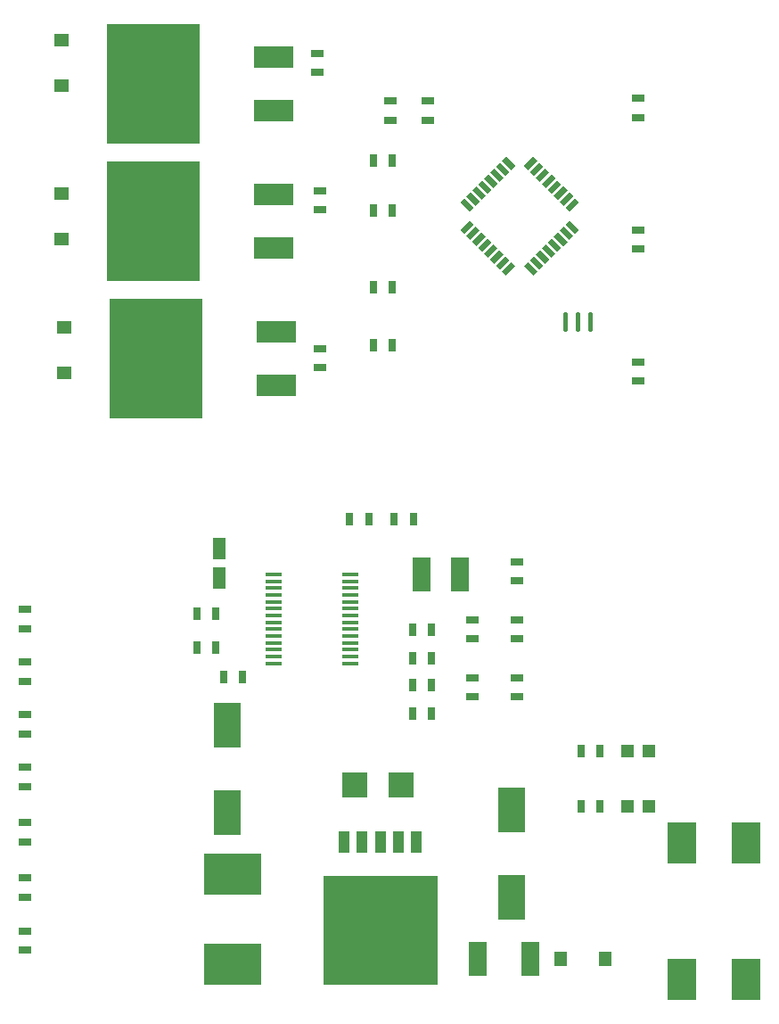
<source format=gbr>
G04 EAGLE Gerber RS-274X export*
G75*
%MOMM*%
%FSLAX34Y34*%
%LPD*%
%INSolderpaste Top*%
%IPPOS*%
%AMOC8*
5,1,8,0,0,1.08239X$1,22.5*%
G01*
%ADD10R,1.200000X1.200000*%
%ADD11R,1.270000X1.470000*%
%ADD12R,0.800000X1.200000*%
%ADD13R,1.780000X3.200000*%
%ADD14R,2.800000X2.400000*%
%ADD15R,2.799081X1.485900*%
%ADD16R,1.200000X0.800000*%
%ADD17R,1.470000X1.270000*%
%ADD18R,3.810000X2.082800*%
%ADD19R,8.890000X11.430000*%
%ADD20R,1.500000X0.400000*%
%ADD21R,1.700000X3.300000*%
%ADD22R,1.200000X2.000000*%
%ADD23R,1.270000X0.558800*%
%ADD24R,0.558800X1.270000*%
%ADD25C,0.450000*%
%ADD26R,2.500000X4.300000*%
%ADD27R,5.500000X4.000000*%
%ADD28R,10.800000X10.410000*%
%ADD29R,1.066800X2.159000*%
%ADD30R,2.400000X2.400000*%


D10*
X728000Y200000D03*
X707000Y200000D03*
D11*
X686500Y55000D03*
X643500Y55000D03*
D12*
X681500Y200000D03*
X663500Y200000D03*
D13*
X614900Y55000D03*
X565100Y55000D03*
D14*
X820000Y43000D03*
X820000Y157000D03*
X759000Y43000D03*
X759000Y157000D03*
D15*
X820000Y176391D03*
X758989Y176416D03*
X758989Y23610D03*
X820000Y23610D03*
D16*
X412500Y914000D03*
X412500Y896000D03*
D17*
X170000Y883500D03*
X170000Y926500D03*
D18*
X371400Y859600D03*
X371400Y910400D03*
D19*
X257100Y885000D03*
D16*
X717500Y621500D03*
X717500Y603500D03*
X717500Y746500D03*
X717500Y728500D03*
X415000Y784000D03*
X415000Y766000D03*
D17*
X170000Y738500D03*
X170000Y781500D03*
D18*
X371400Y729600D03*
X371400Y780400D03*
D19*
X257100Y755000D03*
D16*
X415000Y634000D03*
X415000Y616000D03*
D17*
X172500Y611000D03*
X172500Y654000D03*
D18*
X373900Y599600D03*
X373900Y650400D03*
D19*
X259600Y625000D03*
D16*
X717500Y871500D03*
X717500Y853500D03*
X135000Y386500D03*
X135000Y368500D03*
X135000Y336500D03*
X135000Y318500D03*
X135000Y286500D03*
X135000Y268500D03*
D20*
X371250Y419750D03*
X371250Y413250D03*
X371250Y406750D03*
X371250Y400250D03*
X371250Y393750D03*
X371250Y387250D03*
X371250Y380750D03*
X371250Y374250D03*
X371250Y367750D03*
X371250Y361250D03*
X371250Y354750D03*
X371250Y348250D03*
X371250Y341750D03*
X371250Y335250D03*
X443750Y335250D03*
X443750Y341750D03*
X443750Y348250D03*
X443750Y354750D03*
X443750Y361250D03*
X443750Y367750D03*
X443750Y374250D03*
X443750Y380750D03*
X443750Y387250D03*
X443750Y393750D03*
X443750Y400250D03*
X443750Y406750D03*
X443750Y413250D03*
X443750Y419750D03*
D12*
X316500Y350000D03*
X298500Y350000D03*
X316500Y382500D03*
X298500Y382500D03*
X341500Y322500D03*
X323500Y322500D03*
D21*
X511500Y420000D03*
X548500Y420000D03*
D12*
X503500Y340000D03*
X521500Y340000D03*
X503500Y367500D03*
X521500Y367500D03*
D16*
X560000Y358500D03*
X560000Y376500D03*
X602500Y358500D03*
X602500Y376500D03*
X602500Y303500D03*
X602500Y321500D03*
X560000Y303500D03*
X560000Y321500D03*
D12*
X521500Y315000D03*
X503500Y315000D03*
D16*
X602500Y431500D03*
X602500Y413500D03*
D12*
X521500Y287500D03*
X503500Y287500D03*
D22*
X320000Y416000D03*
X320000Y444000D03*
D12*
X504000Y472500D03*
X486000Y472500D03*
X461500Y472500D03*
X443500Y472500D03*
D16*
X482500Y869000D03*
X482500Y851000D03*
D12*
X466000Y812500D03*
X484000Y812500D03*
X466000Y765000D03*
X484000Y765000D03*
X663500Y252500D03*
X681500Y252500D03*
D10*
X728000Y252500D03*
X707000Y252500D03*
D23*
G36*
X613040Y716313D02*
X622019Y707334D01*
X618068Y703383D01*
X609089Y712362D01*
X613040Y716313D01*
G37*
G36*
X618697Y721970D02*
X627676Y712991D01*
X623725Y709040D01*
X614746Y718019D01*
X618697Y721970D01*
G37*
G36*
X624354Y727626D02*
X633333Y718647D01*
X629382Y714696D01*
X620403Y723675D01*
X624354Y727626D01*
G37*
G36*
X630011Y733283D02*
X638990Y724304D01*
X635039Y720353D01*
X626060Y729332D01*
X630011Y733283D01*
G37*
G36*
X635668Y738940D02*
X644647Y729961D01*
X640696Y726010D01*
X631717Y734989D01*
X635668Y738940D01*
G37*
G36*
X641325Y744597D02*
X650304Y735618D01*
X646353Y731667D01*
X637374Y740646D01*
X641325Y744597D01*
G37*
G36*
X646981Y750254D02*
X655960Y741275D01*
X652009Y737324D01*
X643030Y746303D01*
X646981Y750254D01*
G37*
G36*
X652638Y755911D02*
X661617Y746932D01*
X657666Y742981D01*
X648687Y751960D01*
X652638Y755911D01*
G37*
D24*
G36*
X657666Y777019D02*
X661617Y773068D01*
X652638Y764089D01*
X648687Y768040D01*
X657666Y777019D01*
G37*
G36*
X652009Y782676D02*
X655960Y778725D01*
X646981Y769746D01*
X643030Y773697D01*
X652009Y782676D01*
G37*
G36*
X646353Y788333D02*
X650304Y784382D01*
X641325Y775403D01*
X637374Y779354D01*
X646353Y788333D01*
G37*
G36*
X640696Y793990D02*
X644647Y790039D01*
X635668Y781060D01*
X631717Y785011D01*
X640696Y793990D01*
G37*
G36*
X635039Y799647D02*
X638990Y795696D01*
X630011Y786717D01*
X626060Y790668D01*
X635039Y799647D01*
G37*
G36*
X629382Y805304D02*
X633333Y801353D01*
X624354Y792374D01*
X620403Y796325D01*
X629382Y805304D01*
G37*
G36*
X623725Y810960D02*
X627676Y807009D01*
X618697Y798030D01*
X614746Y801981D01*
X623725Y810960D01*
G37*
G36*
X618068Y816617D02*
X622019Y812666D01*
X613040Y803687D01*
X609089Y807638D01*
X618068Y816617D01*
G37*
D23*
G36*
X591932Y816617D02*
X600911Y807638D01*
X596960Y803687D01*
X587981Y812666D01*
X591932Y816617D01*
G37*
G36*
X586275Y810960D02*
X595254Y801981D01*
X591303Y798030D01*
X582324Y807009D01*
X586275Y810960D01*
G37*
G36*
X580618Y805304D02*
X589597Y796325D01*
X585646Y792374D01*
X576667Y801353D01*
X580618Y805304D01*
G37*
G36*
X574961Y799647D02*
X583940Y790668D01*
X579989Y786717D01*
X571010Y795696D01*
X574961Y799647D01*
G37*
G36*
X569304Y793990D02*
X578283Y785011D01*
X574332Y781060D01*
X565353Y790039D01*
X569304Y793990D01*
G37*
G36*
X563647Y788333D02*
X572626Y779354D01*
X568675Y775403D01*
X559696Y784382D01*
X563647Y788333D01*
G37*
G36*
X557991Y782676D02*
X566970Y773697D01*
X563019Y769746D01*
X554040Y778725D01*
X557991Y782676D01*
G37*
G36*
X552334Y777019D02*
X561313Y768040D01*
X557362Y764089D01*
X548383Y773068D01*
X552334Y777019D01*
G37*
D24*
G36*
X557362Y755911D02*
X561313Y751960D01*
X552334Y742981D01*
X548383Y746932D01*
X557362Y755911D01*
G37*
G36*
X563019Y750254D02*
X566970Y746303D01*
X557991Y737324D01*
X554040Y741275D01*
X563019Y750254D01*
G37*
G36*
X568675Y744597D02*
X572626Y740646D01*
X563647Y731667D01*
X559696Y735618D01*
X568675Y744597D01*
G37*
G36*
X574332Y738940D02*
X578283Y734989D01*
X569304Y726010D01*
X565353Y729961D01*
X574332Y738940D01*
G37*
G36*
X579989Y733283D02*
X583940Y729332D01*
X574961Y720353D01*
X571010Y724304D01*
X579989Y733283D01*
G37*
G36*
X585646Y727626D02*
X589597Y723675D01*
X580618Y714696D01*
X576667Y718647D01*
X585646Y727626D01*
G37*
G36*
X591303Y721970D02*
X595254Y718019D01*
X586275Y709040D01*
X582324Y712991D01*
X591303Y721970D01*
G37*
G36*
X596960Y716313D02*
X600911Y712362D01*
X591932Y703383D01*
X587981Y707334D01*
X596960Y716313D01*
G37*
D16*
X517500Y869000D03*
X517500Y851000D03*
D12*
X484000Y692500D03*
X466000Y692500D03*
D25*
X648000Y667275D02*
X648000Y652725D01*
X660000Y652725D02*
X660000Y667275D01*
X672000Y667275D02*
X672000Y652725D01*
D12*
X484000Y637500D03*
X466000Y637500D03*
D26*
X327500Y193500D03*
X327500Y276500D03*
X597500Y113500D03*
X597500Y196500D03*
D27*
X332500Y135000D03*
X332500Y50000D03*
D28*
X472500Y82100D03*
D29*
X506536Y165412D03*
X489518Y165412D03*
X472500Y165412D03*
X455482Y165412D03*
X438464Y165412D03*
D30*
X492000Y220000D03*
X448000Y220000D03*
D16*
X135000Y236500D03*
X135000Y218500D03*
X135000Y184000D03*
X135000Y166000D03*
X135000Y131500D03*
X135000Y113500D03*
X135000Y81500D03*
X135000Y63500D03*
M02*

</source>
